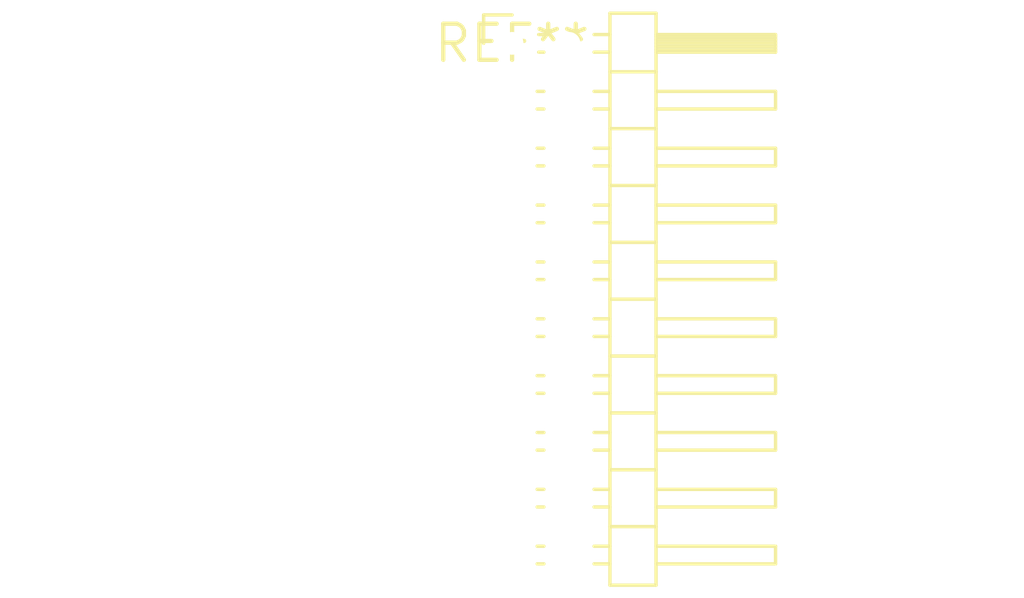
<source format=kicad_pcb>
(kicad_pcb (version 20240108) (generator pcbnew)
  (layers (0 "F.Cu" signal) (31 "B.Cu" signal) (34 "B.Paste" user) (35 "F.Paste" user) (36 "B.SilkS" user "B.Silkscreen") (37 "F.SilkS" user "F.Silkscreen") (38 "B.Mask" user) (39 "F.Mask" user) (44 "Edge.Cuts" user))
  (net 0 "")
  (footprint "PinHeader_2x10_P2.00mm_Horizontal" (layer "F.Cu") (at 0 0)
    (property "Reference" "REF**")
    (property "Value" "PinHeader_2x10_P2.00mm_Horizontal")
    (fp_line (start -1 -1) (end 0 -1) (layer "F.SilkS") (stroke (width 0.12)))
    (fp_line (start -1 0) (end -1 -1) (layer "F.SilkS") (stroke (width 0.12)))
    (fp_line (start 0.882114 1.69) (end 1.117886 1.69) (layer "F.SilkS") (stroke (width 0.12)))
    (fp_line (start 0.882114 2.31) (end 1.117886 2.31) (layer "F.SilkS") (stroke (width 0.12)))
    (fp_line (start 0.882114 3.69) (end 1.117886 3.69) (layer "F.SilkS") (stroke (width 0.12)))
    (fp_line (start 0.882114 4.31) (end 1.117886 4.31) (layer "F.SilkS") (stroke (width 0.12)))
    (fp_line (start 0.882114 5.69) (end 1.117886 5.69) (layer "F.SilkS") (stroke (width 0.12)))
    (fp_line (start 0.882114 6.31) (end 1.117886 6.31) (layer "F.SilkS") (stroke (width 0.12)))
    (fp_line (start 0.882114 7.69) (end 1.117886 7.69) (layer "F.SilkS") (stroke (width 0.12)))
    (fp_line (start 0.882114 8.31) (end 1.117886 8.31) (layer "F.SilkS") (stroke (width 0.12)))
    (fp_line (start 0.882114 9.69) (end 1.117886 9.69) (layer "F.SilkS") (stroke (width 0.12)))
    (fp_line (start 0.882114 10.31) (end 1.117886 10.31) (layer "F.SilkS") (stroke (width 0.12)))
    (fp_line (start 0.882114 11.69) (end 1.117886 11.69) (layer "F.SilkS") (stroke (width 0.12)))
    (fp_line (start 0.882114 12.31) (end 1.117886 12.31) (layer "F.SilkS") (stroke (width 0.12)))
    (fp_line (start 0.882114 13.69) (end 1.117886 13.69) (layer "F.SilkS") (stroke (width 0.12)))
    (fp_line (start 0.882114 14.31) (end 1.117886 14.31) (layer "F.SilkS") (stroke (width 0.12)))
    (fp_line (start 0.882114 15.69) (end 1.117886 15.69) (layer "F.SilkS") (stroke (width 0.12)))
    (fp_line (start 0.882114 16.31) (end 1.117886 16.31) (layer "F.SilkS") (stroke (width 0.12)))
    (fp_line (start 0.882114 17.69) (end 1.117886 17.69) (layer "F.SilkS") (stroke (width 0.12)))
    (fp_line (start 0.882114 18.31) (end 1.117886 18.31) (layer "F.SilkS") (stroke (width 0.12)))
    (fp_line (start 0.935 -0.31) (end 1.117886 -0.31) (layer "F.SilkS") (stroke (width 0.12)))
    (fp_line (start 0.935 0.31) (end 1.117886 0.31) (layer "F.SilkS") (stroke (width 0.12)))
    (fp_line (start 2.882114 -0.31) (end 3.44 -0.31) (layer "F.SilkS") (stroke (width 0.12)))
    (fp_line (start 2.882114 0.31) (end 3.44 0.31) (layer "F.SilkS") (stroke (width 0.12)))
    (fp_line (start 2.882114 1.69) (end 3.44 1.69) (layer "F.SilkS") (stroke (width 0.12)))
    (fp_line (start 2.882114 2.31) (end 3.44 2.31) (layer "F.SilkS") (stroke (width 0.12)))
    (fp_line (start 2.882114 3.69) (end 3.44 3.69) (layer "F.SilkS") (stroke (width 0.12)))
    (fp_line (start 2.882114 4.31) (end 3.44 4.31) (layer "F.SilkS") (stroke (width 0.12)))
    (fp_line (start 2.882114 5.69) (end 3.44 5.69) (layer "F.SilkS") (stroke (width 0.12)))
    (fp_line (start 2.882114 6.31) (end 3.44 6.31) (layer "F.SilkS") (stroke (width 0.12)))
    (fp_line (start 2.882114 7.69) (end 3.44 7.69) (layer "F.SilkS") (stroke (width 0.12)))
    (fp_line (start 2.882114 8.31) (end 3.44 8.31) (layer "F.SilkS") (stroke (width 0.12)))
    (fp_line (start 2.882114 9.69) (end 3.44 9.69) (layer "F.SilkS") (stroke (width 0.12)))
    (fp_line (start 2.882114 10.31) (end 3.44 10.31) (layer "F.SilkS") (stroke (width 0.12)))
    (fp_line (start 2.882114 11.69) (end 3.44 11.69) (layer "F.SilkS") (stroke (width 0.12)))
    (fp_line (start 2.882114 12.31) (end 3.44 12.31) (layer "F.SilkS") (stroke (width 0.12)))
    (fp_line (start 2.882114 13.69) (end 3.44 13.69) (layer "F.SilkS") (stroke (width 0.12)))
    (fp_line (start 2.882114 14.31) (end 3.44 14.31) (layer "F.SilkS") (stroke (width 0.12)))
    (fp_line (start 2.882114 15.69) (end 3.44 15.69) (layer "F.SilkS") (stroke (width 0.12)))
    (fp_line (start 2.882114 16.31) (end 3.44 16.31) (layer "F.SilkS") (stroke (width 0.12)))
    (fp_line (start 2.882114 17.69) (end 3.44 17.69) (layer "F.SilkS") (stroke (width 0.12)))
    (fp_line (start 2.882114 18.31) (end 3.44 18.31) (layer "F.SilkS") (stroke (width 0.12)))
    (fp_line (start 3.44 -1.06) (end 3.44 19.06) (layer "F.SilkS") (stroke (width 0.12)))
    (fp_line (start 3.44 1) (end 5.06 1) (layer "F.SilkS") (stroke (width 0.12)))
    (fp_line (start 3.44 3) (end 5.06 3) (layer "F.SilkS") (stroke (width 0.12)))
    (fp_line (start 3.44 5) (end 5.06 5) (layer "F.SilkS") (stroke (width 0.12)))
    (fp_line (start 3.44 7) (end 5.06 7) (layer "F.SilkS") (stroke (width 0.12)))
    (fp_line (start 3.44 9) (end 5.06 9) (layer "F.SilkS") (stroke (width 0.12)))
    (fp_line (start 3.44 11) (end 5.06 11) (layer "F.SilkS") (stroke (width 0.12)))
    (fp_line (start 3.44 13) (end 5.06 13) (layer "F.SilkS") (stroke (width 0.12)))
    (fp_line (start 3.44 15) (end 5.06 15) (layer "F.SilkS") (stroke (width 0.12)))
    (fp_line (start 3.44 17) (end 5.06 17) (layer "F.SilkS") (stroke (width 0.12)))
    (fp_line (start 3.44 19.06) (end 5.06 19.06) (layer "F.SilkS") (stroke (width 0.12)))
    (fp_line (start 5.06 -1.06) (end 3.44 -1.06) (layer "F.SilkS") (stroke (width 0.12)))
    (fp_line (start 5.06 -0.31) (end 9.26 -0.31) (layer "F.SilkS") (stroke (width 0.12)))
    (fp_line (start 5.06 -0.25) (end 9.26 -0.25) (layer "F.SilkS") (stroke (width 0.12)))
    (fp_line (start 5.06 -0.13) (end 9.26 -0.13) (layer "F.SilkS") (stroke (width 0.12)))
    (fp_line (start 5.06 -0.01) (end 9.26 -0.01) (layer "F.SilkS") (stroke (width 0.12)))
    (fp_line (start 5.06 0.11) (end 9.26 0.11) (layer "F.SilkS") (stroke (width 0.12)))
    (fp_line (start 5.06 0.23) (end 9.26 0.23) (layer "F.SilkS") (stroke (width 0.12)))
    (fp_line (start 5.06 1.69) (end 9.26 1.69) (layer "F.SilkS") (stroke (width 0.12)))
    (fp_line (start 5.06 3.69) (end 9.26 3.69) (layer "F.SilkS") (stroke (width 0.12)))
    (fp_line (start 5.06 5.69) (end 9.26 5.69) (layer "F.SilkS") (stroke (width 0.12)))
    (fp_line (start 5.06 7.69) (end 9.26 7.69) (layer "F.SilkS") (stroke (width 0.12)))
    (fp_line (start 5.06 9.69) (end 9.26 9.69) (layer "F.SilkS") (stroke (width 0.12)))
    (fp_line (start 5.06 11.69) (end 9.26 11.69) (layer "F.SilkS") (stroke (width 0.12)))
    (fp_line (start 5.06 13.69) (end 9.26 13.69) (layer "F.SilkS") (stroke (width 0.12)))
    (fp_line (start 5.06 15.69) (end 9.26 15.69) (layer "F.SilkS") (stroke (width 0.12)))
    (fp_line (start 5.06 17.69) (end 9.26 17.69) (layer "F.SilkS") (stroke (width 0.12)))
    (fp_line (start 5.06 19.06) (end 5.06 -1.06) (layer "F.SilkS") (stroke (width 0.12)))
    (fp_line (start 9.26 -0.31) (end 9.26 0.31) (layer "F.SilkS") (stroke (width 0.12)))
    (fp_line (start 9.26 0.31) (end 5.06 0.31) (layer "F.SilkS") (stroke (width 0.12)))
    (fp_line (start 9.26 1.69) (end 9.26 2.31) (layer "F.SilkS") (stroke (width 0.12)))
    (fp_line (start 9.26 2.31) (end 5.06 2.31) (layer "F.SilkS") (stroke (width 0.12)))
    (fp_line (start 9.26 3.69) (end 9.26 4.31) (layer "F.SilkS") (stroke (width 0.12)))
    (fp_line (start 9.26 4.31) (end 5.06 4.31) (layer "F.SilkS") (stroke (width 0.12)))
    (fp_line (start 9.26 5.69) (end 9.26 6.31) (layer "F.SilkS") (stroke (width 0.12)))
    (fp_line (start 9.26 6.31) (end 5.06 6.31) (layer "F.SilkS") (stroke (width 0.12)))
    (fp_line (start 9.26 7.69) (end 9.26 8.31) (layer "F.SilkS") (stroke (width 0.12)))
    (fp_line (start 9.26 8.31) (end 5.06 8.31) (layer "F.SilkS") (stroke (width 0.12)))
    (fp_line (start 9.26 9.69) (end 9.26 10.31) (layer "F.SilkS") (stroke (width 0.12)))
    (fp_line (start 9.26 10.31) (end 5.06 10.31) (layer "F.SilkS") (stroke (width 0.12)))
    (fp_line (start 9.26 11.69) (end 9.26 12.31) (layer "F.SilkS") (stroke (width 0.12)))
    (fp_line (start 9.26 12.31) (end 5.06 12.31) (layer "F.SilkS") (stroke (width 0.12)))
    (fp_line (start 9.26 13.69) (end 9.26 14.31) (layer "F.SilkS") (stroke (width 0.12)))
    (fp_line (start 9.26 14.31) (end 5.06 14.31) (layer "F.SilkS") (stroke (width 0.12)))
    (fp_line (start 9.26 15.69) (end 9.26 16.31) (layer "F.SilkS") (stroke (width 0.12)))
    (fp_line (start 9.26 16.31) (end 5.06 16.31) (layer "F.SilkS") (stroke (width 0.12)))
    (fp_line (start 9.26 17.69) (end 9.26 18.31) (layer "F.SilkS") (stroke (width 0.12)))
    (fp_line (start 9.26 18.31) (end 5.06 18.31) (layer "F.SilkS") (stroke (width 0.12)))
    (pad "1" thru_hole rect (at 0 0) (size 1.35 1.35) (drill 0.8) (layers *.Cu *.Mask) (remove_unused_layers))
    (pad "2" thru_hole oval (at 2 0) (size 1.35 1.35) (drill 0.8) (layers *.Cu *.Mask) (remove_unused_layers))
    (pad "3" thru_hole oval (at 0 2) (size 1.35 1.35) (drill 0.8) (layers *.Cu *.Mask) (remove_unused_layers))
    (pad "4" thru_hole oval (at 2 2) (size 1.35 1.35) (drill 0.8) (layers *.Cu *.Mask) (remove_unused_layers))
    (pad "5" thru_hole oval (at 0 4) (size 1.35 1.35) (drill 0.8) (layers *.Cu *.Mask) (remove_unused_layers))
    (pad "6" thru_hole oval (at 2 4) (size 1.35 1.35) (drill 0.8) (layers *.Cu *.Mask) (remove_unused_layers))
    (pad "7" thru_hole oval (at 0 6) (size 1.35 1.35) (drill 0.8) (layers *.Cu *.Mask) (remove_unused_layers))
    (pad "8" thru_hole oval (at 2 6) (size 1.35 1.35) (drill 0.8) (layers *.Cu *.Mask) (remove_unused_layers))
    (pad "9" thru_hole oval (at 0 8) (size 1.35 1.35) (drill 0.8) (layers *.Cu *.Mask) (remove_unused_layers))
    (pad "10" thru_hole oval (at 2 8) (size 1.35 1.35) (drill 0.8) (layers *.Cu *.Mask) (remove_unused_layers))
    (pad "11" thru_hole oval (at 0 10) (size 1.35 1.35) (drill 0.8) (layers *.Cu *.Mask) (remove_unused_layers))
    (pad "12" thru_hole oval (at 2 10) (size 1.35 1.35) (drill 0.8) (layers *.Cu *.Mask) (remove_unused_layers))
    (pad "13" thru_hole oval (at 0 12) (size 1.35 1.35) (drill 0.8) (layers *.Cu *.Mask) (remove_unused_layers))
    (pad "14" thru_hole oval (at 2 12) (size 1.35 1.35) (drill 0.8) (layers *.Cu *.Mask) (remove_unused_layers))
    (pad "15" thru_hole oval (at 0 14) (size 1.35 1.35) (drill 0.8) (layers *.Cu *.Mask) (remove_unused_layers))
    (pad "16" thru_hole oval (at 2 14) (size 1.35 1.35) (drill 0.8) (layers *.Cu *.Mask) (remove_unused_layers))
    (pad "17" thru_hole oval (at 0 16) (size 1.35 1.35) (drill 0.8) (layers *.Cu *.Mask) (remove_unused_layers))
    (pad "18" thru_hole oval (at 2 16) (size 1.35 1.35) (drill 0.8) (layers *.Cu *.Mask) (remove_unused_layers))
    (pad "19" thru_hole oval (at 0 18) (size 1.35 1.35) (drill 0.8) (layers *.Cu *.Mask) (remove_unused_layers))
    (pad "20" thru_hole oval (at 2 18) (size 1.35 1.35) (drill 0.8) (layers *.Cu *.Mask) (remove_unused_layers))
  )
)
</source>
